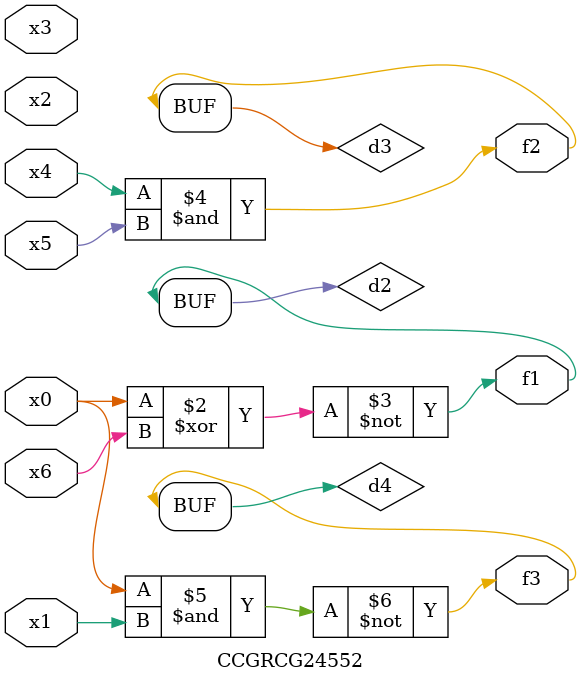
<source format=v>
module CCGRCG24552(
	input x0, x1, x2, x3, x4, x5, x6,
	output f1, f2, f3
);

	wire d1, d2, d3, d4;

	nor (d1, x0);
	xnor (d2, x0, x6);
	and (d3, x4, x5);
	nand (d4, x0, x1);
	assign f1 = d2;
	assign f2 = d3;
	assign f3 = d4;
endmodule

</source>
